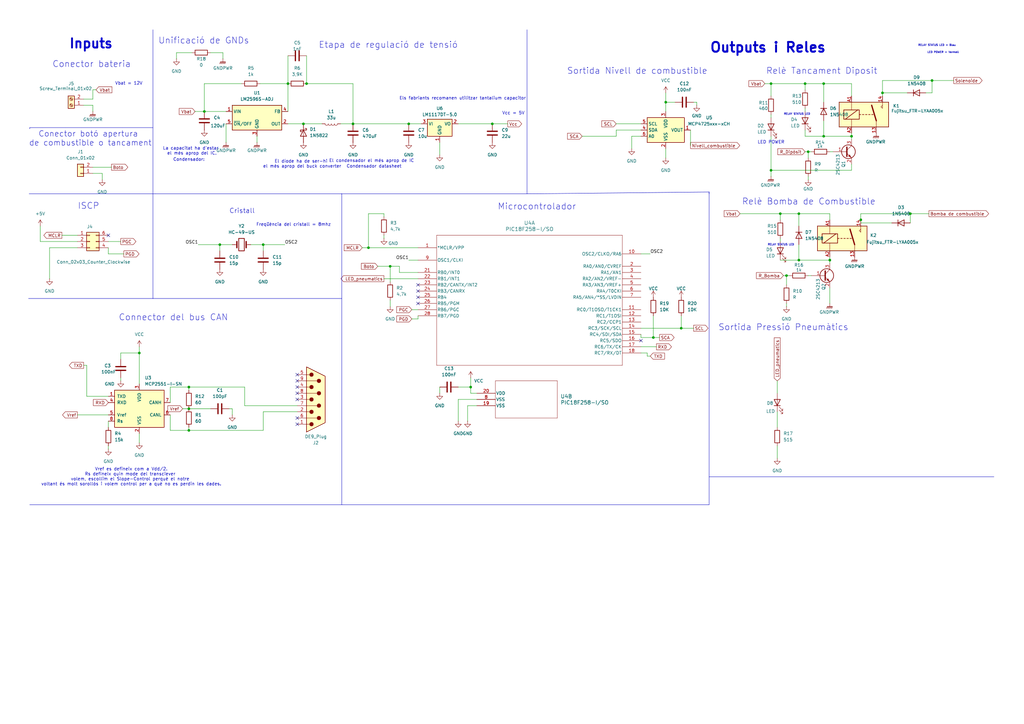
<source format=kicad_sch>
(kicad_sch (version 20231120) (generator "eeschema") (generator_version "8.0")
  (paper "A3")
  (junction (at 327.66 106.68))
  (junction (at 316.23 69.85))
  (junction (at 144.78 50.8))
  (junction (at 327.66 87.63))
  (junction (at 320.04 87.63))
  (junction (at 167.64 50.8))
  (junction (at 337.82 55.88))
  (junction (at 160.02 109.22))
  (junction (at 316.23 34.29))
  (junction (at 373.38 87.63))
  (junction (at 353.06 90.17))
  (junction (at 193.04 158.75))
  (junction (at 337.82 34.29))
  (junction (at 107.95 100.33))
  (junction (at 273.05 41.91))
  (junction (at 361.95 38.1))
  (junction (at 57.15 144.78))
  (junction (at 77.47 176.53))
  (junction (at 340.36 106.68))
  (junction (at 118.11 34.29))
  (junction (at 90.17 100.33))
  (junction (at 124.46 50.8))
  (junction (at 330.2 34.29))
  (junction (at 349.25 55.88))
  (junction (at 77.47 158.75))
  (junction (at 322.58 113.03))
  (junction (at 77.47 167.64))
  (junction (at 201.93 50.8))
  (junction (at 151.13 101.6))
  (junction (at 83.82 45.72))
  (junction (at 331.47 62.23))
  (junction (at 125.73 34.29))
  (junction (at 279.4 134.62))
  (junction (at 382.27 33.02))
  (junction (at 267.97 138.43))
  (no_connect (at 171.45 121.92))
  (no_connect (at 121.92 153.67))
  (no_connect (at 171.45 116.84))
  (no_connect (at 121.92 173.99))
  (no_connect (at 171.45 119.38))
  (no_connect (at 171.45 124.46))
  (no_connect (at 44.45 96.52))
  (no_connect (at 121.92 161.29))
  (no_connect (at 121.92 156.21))
  (no_connect (at 121.92 171.45))
  (no_connect (at 262.89 139.7))
  (no_connect (at 121.92 158.75))
  (no_connect (at 121.92 163.83))
  (polyline (pts (xy 407.67 195.58) (xy 290.83 195.58)))
  (wire (pts (xy 267.97 138.43) (xy 270.51 138.43)))
  (wire (pts (xy 252.73 53.34) (xy 262.89 53.34)))
  (wire (pts (xy 187.96 50.8) (xy 201.93 50.8)))
  (wire (pts (xy 353.06 91.44) (xy 365.76 91.44)))
  (wire (pts (xy 353.06 87.63) (xy 373.38 87.63)))
  (wire (pts (xy 283.21 53.34) (xy 283.21 59.69)))
  (wire (pts (xy 107.95 100.33) (xy 116.84 100.33)))
  (wire (pts (xy 80.01 45.72) (xy 83.82 45.72)))
  (wire (pts (xy 316.23 46.99) (xy 316.23 48.26)))
  (wire (pts (xy 195.58 163.83) (xy 187.96 163.83)))
  (polyline (pts (xy 62.738 122.428) (xy 140.208 122.428)))
  (wire (pts (xy 86.36 21.59) (xy 91.44 21.59)))
  (wire (pts (xy 353.06 90.17) (xy 353.06 87.63)))
  (wire (pts (xy 195.58 161.29) (xy 193.04 161.29)))
  (wire (pts (xy 74.93 167.64) (xy 77.47 167.64)))
  (polyline (pts (xy 11.684 122.428) (xy 62.738 122.428)))
  (wire (pts (xy 322.58 124.46) (xy 322.58 125.73)))
  (wire (pts (xy 331.47 62.23) (xy 331.47 64.77)))
  (wire (pts (xy 340.36 90.17) (xy 340.36 87.63)))
  (wire (pts (xy 69.85 176.53) (xy 69.85 170.18)))
  (wire (pts (xy 318.77 156.21) (xy 318.77 161.29)))
  (wire (pts (xy 340.36 62.23) (xy 341.63 62.23)))
  (wire (pts (xy 279.4 134.62) (xy 284.48 134.62)))
  (wire (pts (xy 92.71 50.8) (xy 92.71 58.42)))
  (wire (pts (xy 361.95 33.02) (xy 382.27 33.02)))
  (wire (pts (xy 191.77 166.37) (xy 191.77 172.72)))
  (wire (pts (xy 321.31 113.03) (xy 322.58 113.03)))
  (wire (pts (xy 72.39 21.59) (xy 72.39 24.13)))
  (wire (pts (xy 77.47 176.53) (xy 107.95 176.53)))
  (wire (pts (xy 252.73 55.88) (xy 252.73 53.34)))
  (wire (pts (xy 267.97 129.54) (xy 267.97 138.43)))
  (polyline (pts (xy 11.938 79.502) (xy 63.754 79.502)))
  (wire (pts (xy 266.7 146.05) (xy 265.43 146.05)))
  (polyline (pts (xy 12.192 207.01) (xy 140.208 207.01)))
  (wire (pts (xy 327.66 106.68) (xy 340.36 106.68)))
  (wire (pts (xy 284.48 41.91) (xy 285.75 41.91)))
  (wire (pts (xy 238.76 55.88) (xy 252.73 55.88)))
  (wire (pts (xy 106.68 34.29) (xy 118.11 34.29)))
  (wire (pts (xy 144.78 34.29) (xy 144.78 50.8)))
  (wire (pts (xy 78.74 21.59) (xy 72.39 21.59)))
  (wire (pts (xy 25.4 96.52) (xy 31.75 96.52)))
  (wire (pts (xy 90.17 100.33) (xy 95.25 100.33)))
  (polyline (pts (xy 216.154 79.502) (xy 290.83 78.74)))
  (wire (pts (xy 49.53 144.78) (xy 57.15 144.78)))
  (wire (pts (xy 262.89 55.88) (xy 259.08 55.88)))
  (polyline (pts (xy 216.154 12.192) (xy 216.154 79.502)))
  (wire (pts (xy 262.89 138.43) (xy 267.97 138.43)))
  (wire (pts (xy 285.75 41.91) (xy 285.75 43.18)))
  (wire (pts (xy 95.25 167.64) (xy 95.25 170.18)))
  (wire (pts (xy 38.1 43.18) (xy 34.29 43.18)))
  (wire (pts (xy 262.89 137.16) (xy 262.89 138.43)))
  (wire (pts (xy 90.17 102.87) (xy 90.17 100.33)))
  (wire (pts (xy 38.1 36.83) (xy 38.1 40.64)))
  (wire (pts (xy 337.82 55.88) (xy 349.25 55.88)))
  (wire (pts (xy 157.48 114.3) (xy 171.45 114.3)))
  (wire (pts (xy 44.45 175.26) (xy 44.45 172.72)))
  (wire (pts (xy 38.1 40.64) (xy 34.29 40.64)))
  (wire (pts (xy 77.47 167.64) (xy 86.36 167.64)))
  (wire (pts (xy 349.25 55.88) (xy 349.25 57.15)))
  (wire (pts (xy 171.45 111.76) (xy 163.83 111.76)))
  (wire (pts (xy 35.56 149.86) (xy 35.56 162.56)))
  (wire (pts (xy 83.82 45.72) (xy 83.82 34.29)))
  (wire (pts (xy 340.36 118.11) (xy 340.36 124.46)))
  (wire (pts (xy 382.27 33.02) (xy 391.16 33.02)))
  (wire (pts (xy 118.11 34.29) (xy 118.11 45.72)))
  (wire (pts (xy 38.1 68.58) (xy 45.72 68.58)))
  (wire (pts (xy 35.56 162.56) (xy 44.45 162.56)))
  (wire (pts (xy 320.04 97.79) (xy 320.04 99.06)))
  (polyline (pts (xy 140.208 122.428) (xy 140.208 207.01)))
  (wire (pts (xy 151.13 87.63) (xy 151.13 101.6)))
  (wire (pts (xy 349.25 69.85) (xy 349.25 67.31)))
  (wire (pts (xy 81.28 100.33) (xy 90.17 100.33)))
  (wire (pts (xy 273.05 41.91) (xy 276.86 41.91)))
  (wire (pts (xy 320.04 90.17) (xy 320.04 87.63)))
  (wire (pts (xy 144.78 50.8) (xy 167.64 50.8)))
  (wire (pts (xy 160.02 123.19) (xy 160.02 125.73)))
  (wire (pts (xy 349.25 39.37) (xy 349.25 34.29)))
  (polyline (pts (xy 63.754 79.502) (xy 216.154 79.502)))
  (wire (pts (xy 100.33 166.37) (xy 100.33 158.75)))
  (wire (pts (xy 105.41 55.88) (xy 105.41 58.42)))
  (wire (pts (xy 327.66 100.33) (xy 327.66 106.68)))
  (wire (pts (xy 20.32 101.6) (xy 20.32 114.3)))
  (wire (pts (xy 337.82 34.29) (xy 349.25 34.29)))
  (wire (pts (xy 353.06 91.44) (xy 353.06 90.17)))
  (wire (pts (xy 330.2 62.23) (xy 331.47 62.23)))
  (wire (pts (xy 107.95 168.91) (xy 121.92 168.91)))
  (wire (pts (xy 163.83 111.76) (xy 163.83 109.22)))
  (wire (pts (xy 49.53 144.78) (xy 49.53 147.32)))
  (wire (pts (xy 379.73 38.1) (xy 382.27 38.1)))
  (wire (pts (xy 331.47 62.23) (xy 332.74 62.23)))
  (polyline (pts (xy 140.208 122.428) (xy 140.208 79.502)))
  (wire (pts (xy 361.95 38.1) (xy 372.11 38.1)))
  (wire (pts (xy 151.13 101.6) (xy 171.45 101.6)))
  (wire (pts (xy 44.45 101.6) (xy 44.45 104.14)))
  (wire (pts (xy 118.11 50.8) (xy 124.46 50.8)))
  (wire (pts (xy 69.85 158.75) (xy 77.47 158.75)))
  (wire (pts (xy 349.25 54.61) (xy 349.25 55.88)))
  (wire (pts (xy 327.66 87.63) (xy 327.66 92.71)))
  (wire (pts (xy 77.47 175.26) (xy 77.47 176.53)))
  (wire (pts (xy 125.73 22.86) (xy 125.73 34.29)))
  (wire (pts (xy 118.11 22.86) (xy 118.11 34.29)))
  (wire (pts (xy 83.82 34.29) (xy 99.06 34.29)))
  (wire (pts (xy 171.45 129.54) (xy 171.45 130.81)))
  (wire (pts (xy 34.29 149.86) (xy 35.56 149.86)))
  (wire (pts (xy 322.58 113.03) (xy 323.85 113.03)))
  (wire (pts (xy 57.15 177.8) (xy 57.15 181.61)))
  (polyline (pts (xy 62.738 12.192) (xy 62.738 122.428)))
  (wire (pts (xy 124.46 50.8) (xy 132.08 50.8)))
  (polyline (pts (xy 290.83 79.502) (xy 290.83 78.74)))
  (wire (pts (xy 160.02 109.22) (xy 160.02 115.57)))
  (wire (pts (xy 265.43 144.78) (xy 262.89 144.78)))
  (wire (pts (xy 327.66 87.63) (xy 340.36 87.63)))
  (wire (pts (xy 279.4 129.54) (xy 279.4 134.62)))
  (wire (pts (xy 157.48 88.9) (xy 157.48 87.63)))
  (wire (pts (xy 340.36 106.68) (xy 340.36 107.95)))
  (wire (pts (xy 320.04 87.63) (xy 327.66 87.63)))
  (wire (pts (xy 139.7 50.8) (xy 144.78 50.8)))
  (wire (pts (xy 273.05 41.91) (xy 273.05 45.72)))
  (wire (pts (xy 195.58 166.37) (xy 191.77 166.37)))
  (wire (pts (xy 316.23 69.85) (xy 316.23 72.39)))
  (wire (pts (xy 303.53 87.63) (xy 320.04 87.63)))
  (wire (pts (xy 265.43 146.05) (xy 265.43 144.78)))
  (wire (pts (xy 382.27 38.1) (xy 382.27 33.02)))
  (wire (pts (xy 148.59 101.6) (xy 151.13 101.6)))
  (wire (pts (xy 91.44 21.59) (xy 91.44 24.13)))
  (wire (pts (xy 77.47 160.02) (xy 77.47 158.75)))
  (wire (pts (xy 168.91 127) (xy 171.45 127)))
  (wire (pts (xy 38.1 45.72) (xy 38.1 43.18)))
  (wire (pts (xy 201.93 50.8) (xy 208.28 50.8)))
  (wire (pts (xy 259.08 55.88) (xy 259.08 60.96)))
  (wire (pts (xy 69.85 158.75) (xy 69.85 165.1)))
  (wire (pts (xy 316.23 34.29) (xy 316.23 39.37)))
  (wire (pts (xy 361.95 39.37) (xy 361.95 38.1)))
  (wire (pts (xy 180.34 158.75) (xy 180.34 161.29)))
  (wire (pts (xy 44.45 104.14) (xy 50.8 104.14)))
  (wire (pts (xy 168.91 130.81) (xy 171.45 130.81)))
  (wire (pts (xy 49.53 154.94) (xy 49.53 156.21)))
  (wire (pts (xy 330.2 36.83) (xy 330.2 34.29)))
  (wire (pts (xy 266.7 104.14) (xy 262.89 104.14)))
  (wire (pts (xy 157.48 87.63) (xy 151.13 87.63)))
  (wire (pts (xy 69.85 176.53) (xy 77.47 176.53)))
  (wire (pts (xy 337.82 41.91) (xy 337.82 34.29)))
  (wire (pts (xy 320.04 106.68) (xy 327.66 106.68)))
  (polyline (pts (xy 62.738 52.324) (xy 12.192 52.324)))
  (wire (pts (xy 373.38 87.63) (xy 381 87.63)))
  (wire (pts (xy 171.45 106.68) (xy 167.64 106.68)))
  (wire (pts (xy 330.2 53.34) (xy 330.2 55.88)))
  (wire (pts (xy 160.02 109.22) (xy 163.83 109.22)))
  (wire (pts (xy 340.36 105.41) (xy 340.36 106.68)))
  (wire (pts (xy 107.95 100.33) (xy 107.95 102.87)))
  (wire (pts (xy 316.23 55.88) (xy 316.23 69.85)))
  (wire (pts (xy 330.2 55.88) (xy 337.82 55.88)))
  (wire (pts (xy 330.2 44.45) (xy 330.2 45.72)))
  (wire (pts (xy 167.64 50.8) (xy 172.72 50.8)))
  (wire (pts (xy 57.15 142.24) (xy 57.15 144.78)))
  (wire (pts (xy 31.75 99.06) (xy 16.51 99.06)))
  (wire (pts (xy 316.23 69.85) (xy 349.25 69.85)))
  (wire (pts (xy 269.24 142.24) (xy 262.89 142.24)))
  (wire (pts (xy 57.15 144.78) (xy 57.15 157.48)))
  (wire (pts (xy 44.45 99.06) (xy 49.53 99.06)))
  (wire (pts (xy 316.23 34.29) (xy 330.2 34.29)))
  (wire (pts (xy 154.94 109.22) (xy 160.02 109.22)))
  (polyline (pts (xy 140.208 79.502) (xy 139.954 79.502)))
  (wire (pts (xy 318.77 182.88) (xy 318.77 187.96)))
  (polyline (pts (xy 12.192 52.324) (xy 12.192 52.832)))
  (wire (pts (xy 187.96 158.75) (xy 193.04 158.75)))
  (wire (pts (xy 331.47 72.39) (xy 331.47 73.66)))
  (wire (pts (xy 44.45 182.88) (xy 44.45 184.15)))
  (wire (pts (xy 83.82 45.72) (xy 92.71 45.72)))
  (wire (pts (xy 193.04 158.75) (xy 193.04 161.29)))
  (wire (pts (xy 125.73 34.29) (xy 144.78 34.29)))
  (wire (pts (xy 313.69 34.29) (xy 316.23 34.29)))
  (wire (pts (xy 373.38 87.63) (xy 373.38 91.44)))
  (wire (pts (xy 252.73 50.8) (xy 262.89 50.8)))
  (polyline (pts (xy 290.83 78.74) (xy 290.83 207.01)))
  (wire (pts (xy 187.96 163.83) (xy 187.96 172.72)))
  (wire (pts (xy 95.25 167.64) (xy 93.98 167.64)))
  (wire (pts (xy 100.33 166.37) (xy 121.92 166.37)))
  (wire (pts (xy 262.89 134.62) (xy 279.4 134.62)))
  (wire (pts (xy 273.05 38.1) (xy 273.05 41.91)))
  (wire (pts (xy 38.1 71.12) (xy 41.91 71.12)))
  (wire (pts (xy 16.51 92.71) (xy 16.51 99.06)))
  (wire (pts (xy 39.37 36.83) (xy 38.1 36.83)))
  (wire (pts (xy 361.95 38.1) (xy 361.95 33.02)))
  (wire (pts (xy 331.47 113.03) (xy 332.74 113.03)))
  (wire (pts (xy 102.87 100.33) (xy 107.95 100.33)))
  (wire (pts (xy 157.48 96.52) (xy 157.48 97.79)))
  (wire (pts (xy 318.77 168.91) (xy 318.77 175.26)))
  (wire (pts (xy 41.91 71.12) (xy 41.91 73.66)))
  (wire (pts (xy 330.2 34.29) (xy 337.82 34.29)))
  (wire (pts (xy 107.95 168.91) (xy 107.95 176.53)))
  (wire (pts (xy 322.58 113.03) (xy 322.58 116.84)))
  (wire (pts (xy 273.05 64.77) (xy 273.05 60.96)))
  (wire (pts (xy 337.82 49.53) (xy 337.82 55.88)))
  (polyline (pts (xy 290.83 207.01) (xy 140.208 207.01)))
  (wire (pts (xy 77.47 158.75) (xy 100.33 158.75)))
  (wire (pts (xy 31.75 101.6) (xy 20.32 101.6)))
  (wire (pts (xy 180.34 58.42) (xy 180.34 63.5)))
  (wire (pts (xy 31.75 170.18) (xy 44.45 170.18)))
  (wire (pts (xy 193.04 154.94) (xy 193.04 158.75)))
  (text "La capacitat ha d'estar \nel més aprop del IC." (at 78.74 61.976 0) (effects (font (size 1.27 1.27))))
  (text "Cristall" (at 99.314 86.614 0) (effects (font (size 1.905 1.905))))
  (text "LED POWER\n" (at 316.23 58.42 0) (effects (font (size 1.27 1.27))))
  (text "ISCP" (at 36.322 84.582 0) (effects (font (size 2.54 2.54))))
  (text "Sortida Pressió Pneumàtics" (at 321.31 134.366 0) (effects (font (size 2.54 2.54))))
  (text "El díode ha de ser-hi \nel més aprop del buck converter" (at 123.952 67.31 0) (effects (font (size 1.27 1.27))))
  (text "Inputs" (at 37.338 18.034 0) (effects (font (size 3.81 3.81) (thickness 0.762) (bold yes))))
  (text "El condensador el més aprop de IC" (at 152.4 66.04 0) (effects (font (size 1.27 1.27))))
  (text "Microcontrolador" (at 220.218 84.836 0) (effects (font (size 2.54 2.54))))
  (text "Freqüència del cristall = 8mhz" (at 120.396 92.202 0) (effects (font (size 1.27 1.27))))
  (text "RELAY STATUS LED\n\n" (at 320.294 101.092 0) (effects (font (size 0.762 0.762))))
  (text "Vcc = 5V\n" (at 210.566 46.482 0) (effects (font (size 1.27 1.27))))
  (text "Relè Bomba de Combustible\n" (at 331.724 82.804 0) (effects (font (size 2.54 2.54))))
  (text "Relè Tancament Diposit\n" (at 337.058 29.21 0) (effects (font (size 2.54 2.54))))
  (text "LED POWER = Vermell\n" (at 386.842 21.59 0) (effects (font (size 0.762 0.762))))
  (text "Etapa de regulació de tensió\n" (at 159.258 18.542 0) (effects (font (size 2.56 2.56))))
  (text "Outputs i Reles\n\n" (at 314.96 22.86 0) (effects (font (size 4 4) (thickness 0.8) (bold yes))))
  (text "RELAY STATUS LED\n\n" (at 326.898 47.498 0) (effects (font (size 0.762 0.762))))
  (text "Condensador: " (at 77.978 65.532 0) (effects (font (size 1.27 1.27))))
  (text "Conector botó apertura \nde combustible o tancament" (at 37.084 56.896 0) (effects (font (size 2.3 2.3))))
  (text "Vbat = 12V" (at 52.832 34.29 0) (effects (font (size 1.27 1.27))))
  (text "RELAY STATUS LED = Blau\n\n" (at 384.302 19.304 0) (effects (font (size 0.762 0.762))))
  (text "Unificació de GNDs\n" (at 83.566 16.764 0) (effects (font (size 2.54 2.54))))
  (text "Connector del bus CAN" (at 71.12 130.302 0) (effects (font (size 2.54 2.54))))
  (text "Condensador datasheet\n" (at 153.416 68.326 0) (effects (font (size 1.27 1.27))))
  (text "Els fabriants recomanen utilitzar tantalium capacitor" (at 189.738 40.386 0) (effects (font (size 1.27 1.27))))
  (text "Vref es defineix com a Vdd/2.\nRs defineix quin mode del transciever \nvolem, escollim el Slope-Control perquè el notre \nvoltant és molt sorollòs i volem control per a què no es perdin les dades.\n" (at 53.848 195.58 0) (effects (font (size 1.27 1.27))))
  (text "Conector bateria" (at 37.592 26.416 0) (effects (font (size 2.54 2.54))))
  (text "Sortida Nivell de combustible\n" (at 261.366 29.21 0) (effects (font (size 2.54 2.54))))
  (label "OSC2" (at 266.7 104.14 0))
  (label "OSC2" (at 116.84 100.33 0))
  (label "OSC1" (at 81.28 100.33 180))
  (label "OSC1" (at 167.64 106.68 180))
  (global_label "Bomba de combustible" (shape output) (at 381 87.63 0) (property "Intersheetrefs" "${INTERSHEET_REFS}" (effects (hide yes))))
  (global_label "MCLR" (shape input) (at 148.59 101.6 180) (property "Intersheetrefs" "${INTERSHEET_REFS}" (effects (hide yes))))
  (global_label "PGC" (shape input) (at 168.91 127 180) (property "Intersheetrefs" "${INTERSHEET_REFS}" (effects (hide yes))))
  (global_label "SCL" (shape input) (at 252.73 50.8 180) (property "Intersheetrefs" "${INTERSHEET_REFS}" (effects (hide yes))))
  (global_label "RXD" (shape output) (at 269.24 142.24 0) (property "Intersheetrefs" "${INTERSHEET_REFS}" (effects (hide yes))))
  (global_label "Vbat" (shape input) (at 303.53 87.63 180) (property "Intersheetrefs" "${INTERSHEET_REFS}" (effects (hide yes))))
  (global_label "PGD" (shape output) (at 50.8 104.14 0) (property "Intersheetrefs" "${INTERSHEET_REFS}" (effects (hide yes))))
  (global_label "R_Bomba" (shape input) (at 321.31 113.03 180) (property "Intersheetrefs" "${INTERSHEET_REFS}" (effects (hide yes))))
  (global_label "SCL" (shape output) (at 284.48 134.62 0) (property "Intersheetrefs" "${INTERSHEET_REFS}" (effects (hide yes))))
  (global_label "LED_pneumatics" (shape input) (at 318.77 156.21 90) (property "Intersheetrefs" "${INTERSHEET_REFS}" (effects (hide yes))))
  (global_label "TXD" (shape input) (at 266.7 146.05 0) (property "Intersheetrefs" "${INTERSHEET_REFS}" (effects (hide yes))))
  (global_label "MCLR" (shape output) (at 25.4 96.52 180) (property "Intersheetrefs" "${INTERSHEET_REFS}" (effects (hide yes))))
  (global_label "Boto" (shape output) (at 45.72 68.58 0) (property "Intersheetrefs" "${INTERSHEET_REFS}" (effects (hide yes))))
  (global_label "SCA" (shape output) (at 270.51 138.43 0) (property "Intersheetrefs" "${INTERSHEET_REFS}" (effects (hide yes))))
  (global_label "Vbat" (shape input) (at 313.69 34.29 180) (property "Intersheetrefs" "${INTERSHEET_REFS}" (effects (hide yes))))
  (global_label "Vbat" (shape input) (at 39.37 36.83 0) (property "Intersheetrefs" "${INTERSHEET_REFS}" (effects (hide yes))))
  (global_label "Nivell_combustible" (shape output) (at 283.21 59.69 0) (property "Intersheetrefs" "${INTERSHEET_REFS}" (effects (hide yes))))
  (global_label "R_Dipòsit" (shape input) (at 330.2 62.23 180) (property "Intersheetrefs" "${INTERSHEET_REFS}" (effects (hide yes))))
  (global_label "Solenoide" (shape output) (at 391.16 33.02 0) (property "Intersheetrefs" "${INTERSHEET_REFS}" (effects (hide yes))))
  (global_label "Vbat" (shape input) (at 80.01 45.72 180) (property "Intersheetrefs" "${INTERSHEET_REFS}" (effects (hide yes))))
  (global_label "Vref" (shape output) (at 31.75 170.18 180) (property "Intersheetrefs" "${INTERSHEET_REFS}" (effects (hide yes))))
  (global_label "Vref" (shape input) (at 74.93 167.64 180) (property "Intersheetrefs" "${INTERSHEET_REFS}" (effects (hide yes))))
  (global_label "PGC" (shape output) (at 49.53 99.06 0) (property "Intersheetrefs" "${INTERSHEET_REFS}" (effects (hide yes))))
  (global_label "SCA" (shape input) (at 238.76 55.88 180) (property "Intersheetrefs" "${INTERSHEET_REFS}" (effects (hide yes))))
  (global_label "TXD" (shape output) (at 34.29 149.86 180) (property "Intersheetrefs" "${INTERSHEET_REFS}" (effects (hide yes))))
  (global_label "Vcc" (shape output) (at 208.28 50.8 0) (property "Intersheetrefs" "${INTERSHEET_REFS}" (effects (hide yes))))
  (global_label "Boto" (shape input) (at 154.94 109.22 180) (property "Intersheetrefs" "${INTERSHEET_REFS}" (effects (hide yes))))
  (global_label "PGD" (shape input) (at 168.91 130.81 180) (property "Intersheetrefs" "${INTERSHEET_REFS}" (effects (hide yes))))
  (global_label "LED_pneumatics" (shape output) (at 157.48 114.3 180) (property "Intersheetrefs" "${INTERSHEET_REFS}" (effects (hide yes))))
  (global_label "RXD" (shape input) (at 44.45 165.1 180) (property "Intersheetrefs" "${INTERSHEET_REFS}" (effects (hide yes))))
  (symbol (lib_id "power:VCC") (at 16.51 92.71 0) (unit 1)
    (property "Reference" "#PWR020" (effects (hide yes)))
    (property "Value" "+5V" (at 16.51 87.63 0))
    (property "Description" "Power symbol creates a global label with name \"VCC\"" (effects (hide yes)))
  )
  (symbol (lib_id "Device:C") (at 107.95 106.68 180) (unit 1)
    (property "Reference" "C11" (at 111.76 105.4099 0) (effects (justify right)))
    (property "Value" "15p" (at 111.76 107.9499 0) (effects (justify right)))
    (property "Footprint" "Capacitor_SMD:C_0805_2012Metric" (effects (hide yes)))
    (property "Description" "Unpolarized capacitor" (effects (hide yes)))
  )
  (symbol (lib_id "Device:R") (at 327.66 113.03 90) (unit 1)
    (property "Reference" "R16" (at 327.66 108.712 90))
    (property "Value" "1k" (at 327.66 110.744 90))
    (property "Description" "Resistor" (effects (hide yes)))
  )
  (symbol (lib_id "Diode:1N5408") (at 369.57 91.44 0) (unit 1)
    (property "Reference" "D3" (at 369.57 85.09 0))
    (property "Value" "1N5408" (at 369.57 87.63 0))
    (property "Footprint" "Diode_THT:D_DO-201AD_P15.24mm_Horizontal" (effects (hide yes)))
    (property "Datasheet" "http://www.vishay.com/docs/88516/1n5400.pdf" (effects (hide yes)))
    (property "Description" "1000V 3A General Purpose Rectifier Diode, DO-201AD" (effects (hide yes)))
    (property "Sim.Device" "D" (effects (hide yes)))
    (property "Sim.Pins" "1=K 2=A" (effects (hide yes)))
  )
  (symbol (lib_id "Relay:Fujitsu_FTR-LYAA005x") (at 354.33 46.99 0) (unit 1)
    (property "Reference" "K1" (at 366.268 43.434 0) (effects (justify left)))
    (property "Value" "Fujitsu_FTR-LYAA005x" (at 365.506 45.466 0) (effects (justify left)))
    (property "Footprint" "Relay_THT:Relay_SPST-NO_Fujitsu_FTR-LYAA005x_FormA_Vertical" (effects (hide yes)))
    (property "Datasheet" "https://www.fujitsu.com/sg/imagesgig5/ftr-ly.pdf" (effects (hide yes)))
    (property "Description" "Relay, SPST Form A, vertical mount, 5-60V coil, 6A, 250VAC, 28 x 5 x 15mm" (effects (hide yes)))
  )
  (symbol (lib_id "Device:R") (at 336.55 62.23 90) (unit 1)
    (property "Reference" "R14" (at 336.296 58.42 90))
    (property "Value" "1k" (at 336.296 59.944 90))
    (property "Description" "Resistor" (effects (hide yes)))
  )
  (symbol (lib_id "power:GND") (at 44.45 184.15 0) (unit 1)
    (property "Reference" "#PWR06" (effects (hide yes)))
    (property "Value" "GND" (at 44.45 189.23 0))
    (property "Description" "Power symbol creates a global label with name \"GND\" , ground" (effects (hide yes)))
  )
  (symbol (lib_id "power:GND") (at 20.32 114.3 0) (unit 1)
    (property "Reference" "#PWR019" (effects (hide yes)))
    (property "Value" "GND" (at 20.32 119.38 0))
    (property "Description" "Power symbol creates a global label with name \"GND\" , ground" (effects (hide yes)))
  )
  (symbol (lib_id "Device:R") (at 77.47 163.83 0) (unit 1)
    (property "Reference" "R12" (at 80.01 162.5599 0) (effects (justify left)))
    (property "Value" "60" (at 80.01 165.0999 0) (effects (justify left)))
    (property "Description" "Resistor" (effects (hide yes)))
  )
  (symbol (lib_id "Regulator_Linear:LM1117DT-5.0") (at 180.34 50.8 0) (unit 1)
    (property "Reference" "U6" (at 180.34 44.45 0))
    (property "Value" "LM1117DT-5.0" (at 180.34 46.99 0))
    (property "Footprint" "Package_TO_SOT_SMD:TO-252-3_TabPin2" (effects (hide yes)))
    (property "Datasheet" "http://www.ti.com/lit/ds/symlink/lm1117.pdf" (effects (hide yes)))
    (property "Description" "800mA Low-Dropout Linear Regulator, 5.0V fixed output, TO-252" (effects (hide yes)))
  )
  (symbol (lib_id "power:GND") (at 322.58 125.73 0) (unit 1)
    (property "Reference" "#PWR030" (effects (hide yes)))
    (property "Value" "GND" (at 322.58 130.81 0))
    (property "Description" "Power symbol creates a global label with name \"GND\" , ground" (effects (hide yes)))
  )
  (symbol (lib_id "power:GND") (at 259.08 60.96 0) (unit 1)
    (property "Reference" "#PWR028" (effects (hide yes)))
    (property "Value" "GND" (at 259.08 66.04 0))
    (property "Description" "Power symbol creates a global label with name \"GND\" , ground" (effects (hide yes)))
  )
  (symbol (lib_id "Device:R") (at 267.97 125.73 0) (unit 1)
    (property "Reference" "R19" (at 270.51 124.4599 0) (effects (justify left)))
    (property "Value" "10K" (at 270.51 126.9999 0) (effects (justify left)))
    (property "Description" "Resistor" (effects (hide yes)))
  )
  (symbol (lib_id "Device:R") (at 318.77 179.07 0) (unit 1)
    (property "Reference" "R17" (at 321.31 177.7999 0) (effects (justify left)))
    (property "Value" "515" (at 321.31 180.3399 0) (effects (justify left)))
    (property "Description" "Resistor" (effects (hide yes)))
  )
  (symbol (lib_id "power:GND") (at 180.34 161.29 0) (unit 1)
    (property "Reference" "#PWR042" (effects (hide yes)))
    (property "Value" "GND" (at 180.34 166.37 0))
    (property "Description" "Power symbol creates a global label with name \"GND\" , ground" (effects (hide yes)))
  )
  (symbol (lib_id "Device:LED") (at 330.2 49.53 90) (unit 1)
    (property "Reference" "D4" (at 324.358 49.022 90) (effects (justify right)))
    (property "Value" "LED" (at 324.358 51.562 90) (effects (justify right)))
    (property "Footprint" "LED_SMD:LED_0805_2012Metric" (effects (hide yes)))
    (property "Description" "Light emitting diode" (effects (hide yes)))
  )
  (symbol (lib_id "Regulator_Switching:LM2596S-ADJ") (at 105.41 48.26 0) (unit 1)
    (property "Reference" "U1" (at 105.41 38.1 0))
    (property "Value" "LM2596S-ADJ" (at 105.41 40.64 0))
    (property "Footprint" "Package_TO_SOT_SMD:TO-263-5_TabPin3" (effects (hide yes)))
    (property "Datasheet" "http://www.ti.com/lit/ds/symlink/lm2596.pdf" (effects (hide yes)))
    (property "Description" "Adjustable 3A Step-Down Voltage Regulator, TO-263" (effects (hide yes)))
  )
  (symbol (lib_id "Diode:1N5408") (at 327.66 96.52 270) (unit 1)
    (property "Reference" "D7" (at 330.2 95.2499 90) (effects (justify left)))
    (property "Value" "1N5408" (at 330.2 97.7899 90) (effects (justify left)))
    (property "Footprint" "Diode_THT:D_DO-201AD_P15.24mm_Horizontal" (effects (hide yes)))
    (property "Datasheet" "http://www.vishay.com/docs/88516/1n5400.pdf" (effects (hide yes)))
    (property "Description" "1000V 3A General Purpose Rectifier Diode, DO-201AD" (effects (hide yes)))
    (property "Sim.Device" "D" (effects (hide yes)))
    (property "Sim.Pins" "1=K 2=A" (effects (hide yes)))
  )
  (symbol (lib_id "Diode:1N5822") (at 124.46 54.61 270) (unit 1)
    (property "Reference" "D1" (at 127 53.0224 90) (effects (justify left)))
    (property "Value" "1N5822" (at 127 55.5624 90) (effects (justify left)))
    (property "Footprint" "Diode_THT:D_DO-201AD_P15.24mm_Horizontal" (effects (hide yes)))
    (property "Datasheet" "http://www.vishay.com/docs/88526/1n5820.pdf" (effects (hide yes)))
    (property "Description" "40V 3A Schottky Barrier Rectifier Diode, DO-201AD" (effects (hide yes)))
  )
  (symbol (lib_id "Device:R") (at 331.47 68.58 0) (unit 1)
    (property "Reference" "R9" (at 334.01 67.3099 0) (effects (justify left)))
    (property "Value" "R" (at 334.01 69.8499 0) (effects (justify left)))
    (property "Description" "Resistor" (effects (hide yes)))
  )
  (symbol (lib_id "power:GND") (at 83.82 53.34 0) (unit 1)
    (property "Reference" "#PWR018" (effects (hide yes)))
    (property "Value" "GND" (at 83.82 58.42 0))
    (property "Description" "Power symbol creates a global label with name \"GND\" , ground" (effects (hide yes)))
  )
  (symbol (lib_id "Device:R") (at 77.47 171.45 0) (unit 1)
    (property "Reference" "R1" (at 80.01 170.1799 0) (effects (justify left)))
    (property "Value" "60" (at 80.01 172.7199 0) (effects (justify left)))
    (property "Description" "Resistor" (effects (hide yes)))
  )
  (symbol (lib_id "Device:C") (at 90.17 167.64 90) (unit 1)
    (property "Reference" "C1" (at 90.17 160.02 90))
    (property "Value" "100pF" (at 90.17 162.56 90))
    (property "Description" "Unpolarized capacitor" (effects (hide yes)))
  )
  (symbol (lib_id "power:GNDPWR") (at 350.52 105.41 0) (unit 1)
    (property "Reference" "#PWR032" (effects (hide yes)))
    (property "Value" "GNDPWR" (at 350.52 109.22 0))
    (property "Description" "Power symbol creates a global label with name \"GNDPWR\" , global ground" (effects (hide yes)))
  )
  (symbol (lib_id "Device:C") (at 184.15 158.75 90) (unit 1)
    (property "Reference" "C13" (at 184.15 151.13 90))
    (property "Value" "100nF" (at 184.15 153.67 90))
    (property "Description" "Unpolarized capacitor" (effects (hide yes)))
  )
  (symbol (lib_id "power:GND") (at 57.15 181.61 0) (unit 1)
    (property "Reference" "#PWR03" (effects (hide yes)))
    (property "Value" "GND" (at 57.15 186.69 0))
    (property "Description" "Power symbol creates a global label with name \"GND\" , ground" (effects (hide yes)))
  )
  (symbol (lib_id "Device:C") (at 280.67 41.91 90) (unit 1)
    (property "Reference" "C12" (at 280.67 34.29 90))
    (property "Value" "100nF" (at 280.67 36.83 90))
    (property "Description" "Unpolarized capacitor" (effects (hide yes)))
  )
  (symbol (lib_id "Device:R") (at 44.45 179.07 0) (unit 1)
    (property "Reference" "R4" (at 46.99 177.7999 0) (effects (justify left)))
    (property "Value" "15k" (at 46.99 180.3399 0) (effects (justify left)))
    (property "Description" "Resistor" (effects (hide yes)))
  )
  (symbol (lib_id "power:VCC") (at 193.04 154.94 0) (unit 1)
    (property "Reference" "#PWR021" (effects (hide yes)))
    (property "Value" "VCC" (at 196.342 156.21 0))
    (property "Description" "Power symbol creates a global label with name \"VCC\"" (effects (hide yes)))
  )
  (symbol (lib_id "power:GND") (at 72.39 24.13 0) (unit 1)
    (property "Reference" "#PWR034" (effects (hide yes)))
    (property "Value" "GND" (at 72.39 29.21 0))
    (property "Description" "Power symbol creates a global label with name \"GND\" , ground" (effects (hide yes)))
  )
  (symbol (lib_id "Connector:Screw_Terminal_01x02") (at 29.21 43.18 180) (unit 1)
    (property "Reference" "J5" (at 29.21 34.29 0))
    (property "Value" "Screw_Terminal_01x02" (at 26.924 36.322 0))
    (property "Description" "Generic screw terminal, single row, 01x02, script generated (kicad-library-utils/schlib/autogen/connector/)" (effects (hide yes)))
  )
  (symbol (lib_id "power:GND") (at 144.78 58.42 0) (unit 1)
    (property "Reference" "#PWR013" (effects (hide yes)))
    (property "Value" "GND" (at 144.78 63.5 0))
    (property "Description" "Power symbol creates a global label with name \"GND\" , ground" (effects (hide yes)))
  )
  (symbol (lib_id "PIC18F258-I/SO:PIC18F258-I_SO") (at 171.45 101.6 0) (unit 1)
    (property "Reference" "U4" (at 217.17 91.44 0) (effects (font (size 1.524 1.524))))
    (property "Value" "PIC18F258-I/SO" (at 217.17 93.98 0) (effects (font (size 1.524 1.524))))
    (property "Footprint" "Librery_SOIC28:SOIC28-W_MC_MCH" (effects (hide yes)))
    (property "Datasheet" "PIC18F258-I/SO" (effects (hide yes)))
  )
  (symbol (lib_id "power:VCC") (at 57.15 142.24 0) (unit 1)
    (property "Reference" "#PWR04" (effects (hide yes)))
    (property "Value" "VCC" (at 57.15 137.16 0))
    (property "Description" "Power symbol creates a global label with name \"VCC\"" (effects (hide yes)))
  )
  (symbol (lib_id "Device:C") (at 121.92 22.86 90) (unit 1)
    (property "Reference" "C5" (at 121.92 17.526 90))
    (property "Value" "1nF" (at 121.92 20.066 90))
    (property "Description" "Unpolarized capacitor" (effects (hide yes)))
  )
  (symbol (lib_id "power:GNDPWR") (at 316.23 72.39 0) (unit 1)
    (property "Reference" "#PWR037" (effects (hide yes)))
    (property "Value" "GNDPWR" (at 315.976 75.946 0))
    (property "Description" "Power symbol creates a global label with name \"GNDPWR\" , global ground" (effects (hide yes)))
  )
  (symbol (lib_id "Device:Crystal") (at 99.06 100.33 0) (unit 1)
    (property "Reference" "Y2" (at 99.06 92.71 0))
    (property "Value" "HC-49-US" (at 99.06 95.25 0))
    (property "Footprint" "Crystal:Crystal_SMD_HC49-SD" (effects (hide yes)))
    (property "Description" "Two pin crystal" (effects (hide yes)))
  )
  (symbol (lib_id "power:VCC") (at 267.97 121.92 0) (unit 1)
    (property "Reference" "#PWR040" (effects (hide yes)))
    (property "Value" "VCC" (at 267.97 118.364 0))
    (property "Description" "Power symbol creates a global label with name \"VCC\"" (effects (hide yes)))
  )
  (symbol (lib_id "Device:C") (at 201.93 54.61 0) (unit 1)
    (property "Reference" "C9" (at 205.74 53.3399 0) (effects (justify left)))
    (property "Value" "22u" (at 205.74 55.8799 0) (effects (justify left)))
    (property "Description" "Unpolarized capacitor" (effects (hide yes)))
  )
  (symbol (lib_id "Device:R") (at 157.48 92.71 0) (unit 1)
    (property "Reference" "R3" (at 160.02 91.4399 0) (effects (justify left)))
    (property "Value" "4,7k" (at 160.02 93.9799 0) (effects (justify left)))
    (property "Description" "Resistor" (effects (hide yes)))
  )
  (symbol (lib_id "Device:LED") (at 316.23 52.07 90) (unit 1)
    (property "Reference" "D2" (at 310.642 51.562 90) (effects (justify right)))
    (property "Value" "LED" (at 310.642 54.102 90) (effects (justify right)))
    (property "Footprint" "LED_SMD:LED_0805_2012Metric" (effects (hide yes)))
    (property "Description" "Light emitting diode" (effects (hide yes)))
  )
  (symbol (lib_id "Device:C") (at 167.64 54.61 0) (unit 1)
    (property "Reference" "C7" (at 171.45 53.3399 0) (effects (justify left)))
    (property "Value" "10u" (at 171.45 55.8799 0) (effects (justify left)))
    (property "Description" "Unpolarized capacitor" (effects (hide yes)))
  )
  (symbol (lib_id "power:GNDPWR") (at 340.36 124.46 0) (unit 1)
    (property "Reference" "#PWR038" (effects (hide yes)))
    (property "Value" "GNDPWR" (at 340.106 128.016 0))
    (property "Description" "Power symbol creates a global label with name \"GNDPWR\" , global ground" (effects (hide yes)))
  )
  (symbol (lib_id "power:GND") (at 285.75 43.18 0) (unit 1)
    (property "Reference" "#PWR039" (effects (hide yes)))
    (property "Value" "GND" (at 285.75 47.498 0))
    (property "Description" "Power symbol creates a global label with name \"GND\" , ground" (effects (hide yes)))
  )
  (symbol (lib_id "power:GNDPWR") (at 91.44 24.13 0) (unit 1)
    (property "Reference" "#PWR035" (effects (hide yes)))
    (property "Value" "GNDPWR" (at 91.44 27.94 0))
    (property "Description" "Power symbol creates a global label with name \"GNDPWR\" , global ground" (effects (hide yes)))
  )
  (symbol (lib_id "power:GND") (at 318.77 187.96 0) (unit 1)
    (property "Reference" "#PWR033" (effects (hide yes)))
    (property "Value" "GND" (at 318.77 193.04 0))
    (property "Description" "Power symbol creates a global label with name \"GND\" , ground" (effects (hide yes)))
  )
  (symbol (lib_id "Analog_DAC:MCP4725xxx-xCH") (at 273.05 53.34 0) (unit 1)
    (property "Reference" "U5" (at 290.83 48.26 0))
    (property "Value" "MCP4725xxx-xCH" (at 290.83 50.8 0))
    (property "Footprint" "Package_TO_SOT_SMD:SOT-23-6" (effects (hide yes)))
    (property "Datasheet" "http://ww1.microchip.com/downloads/en/DeviceDoc/22039d.pdf" (effects (hide yes)))
    (property "Description" "12-bit Digital-to-Analog Converter, integrated EEPROM, I2C interface, SOT-23-6" (effects (hide yes)))
  )
  (symbol (lib_id "power:GND") (at 273.05 64.77 0) (unit 1)
    (property "Reference" "#PWR027" (effects (hide yes)))
    (property "Value" "GND" (at 273.05 69.85 0))
    (property "Description" "Power symbol creates a global label with name \"GND\" , ground" (effects (hide yes)))
  )
  (symbol (lib_id "power:GND") (at 95.25 170.18 0) (unit 1)
    (property "Reference" "#PWR01" (effects (hide yes)))
    (property "Value" "GND" (at 95.25 175.26 0))
    (property "Description" "Power symbol creates a global label with name \"GND\" , ground" (effects (hide yes)))
  )
  (symbol (lib_id "Diode:1N5408") (at 337.82 45.72 270) (unit 1)
    (property "Reference" "D6" (at 340.36 44.4499 90) (effects (justify left)))
    (property "Value" "1N5408" (at 340.36 46.9899 90) (effects (justify left)))
    (property "Footprint" "Diode_THT:D_DO-201AD_P15.24mm_Horizontal" (effects (hide yes)))
    (property "Datasheet" "http://www.vishay.com/docs/88516/1n5400.pdf" (effects (hide yes)))
    (property "Description" "1000V 3A General Purpose Rectifier Diode, DO-201AD" (effects (hide yes)))
    (property "Sim.Device" "D" (effects (hide yes)))
    (property "Sim.Pins" "1=K 2=A" (effects (hide yes)))
  )
  (symbol (lib_id "PIC18F258-I/SO:PIC18F258-I_SO") (at 195.58 161.29 0) (unit 2)
    (property "Reference" "U4" (at 229.87 162.5599 0) (effects (font (size 1.524 1.524)) (justify left)))
    (property "Value" "PIC18F258-I/SO" (at 229.87 165.0999 0) (effects (font (size 1.524 1.524)) (justify left)))
    (property "Footprint" "Librery_SOIC28:SOIC28-W_MC_MCH" (effects (hide yes)))
    (property "Datasheet" "PIC18F258-I/SO" (effects (hide yes)))
  )
  (symbol (lib_id "Transistor_BJT:2SC4213") (at 337.82 113.03 0) (unit 1)
    (property "Reference" "Q2" (at 337.82 117.602 90))
    (property "Value" "2SC4213" (at 335.534 118.618 90))
    (property "Footprint" "Package_TO_SOT_SMD:SOT-323_SC-70" (effects (hide yes)))
    (property "Datasheet" "https://toshiba.semicon-storage.com/info/docget.jsp?did=19305&prodName=2SC4213" (effects (hide yes)))
    (property "Description" "0.3A Ic, 20V Vce, NPN Transistor, For Muting and Switching, SOT-323" (effects (hide yes)))
  )
  (symbol (lib_id "Device:R") (at 279.4 125.73 0) (unit 1)
    (property "Reference" "R20" (at 281.94 124.4599 0) (effects (justify left)))
    (property "Value" "10K" (at 281.94 126.9999 0) (effects (justify left)))
    (property "Description" "Resistor" (effects (hide yes)))
  )
  (symbol (lib_id "power:GNDPWR") (at 359.41 54.61 0) (unit 1)
    (property "Reference" "#PWR031" (effects (hide yes)))
    (property "Value" "GNDPWR" (at 359.156 58.166 0))
    (property "Description" "Power symbol creates a global label with name \"GNDPWR\" , global ground" (effects (hide yes)))
  )
  (symbol (lib_id "power:GND") (at 191.77 172.72 0) (unit 1)
    (property "Reference" "#PWR022" (effects (hide yes)))
    (property "Value" "GND" (at 191.77 177.8 0))
    (property "Description" "Power symbol creates a global label with name \"GND\" , ground" (effects (hide yes)))
  )
  (symbol (lib_id "Connector_Generic:Conn_01x02") (at 33.02 71.12 180) (unit 1)
    (property "Reference" "J1" (at 33.02 62.23 0))
    (property "Value" "Conn_01x02" (at 33.02 64.77 0))
    (property "Description" "Generic connector, single row, 01x02, script generated (kicad-library-utils/schlib/autogen/connector/)" (effects (hide yes)))
  )
  (symbol (lib_id "Device:L") (at 135.89 50.8 270) (unit 1)
    (property "Reference" "L1" (at 135.89 45.72 90))
    (property "Value" "33u" (at 135.89 48.26 90))
    (property "Description" "Inductor" (effects (hide yes)))
  )
  (symbol (lib_id "Transistor_BJT:2SC4213") (at 346.71 62.23 0) (unit 1)
    (property "Reference" "Q1" (at 345.948 67.31 90))
    (property "Value" "2SC4213" (at 343.662 67.564 90))
    (property "Footprint" "Package_TO_SOT_SMD:SOT-323_SC-70" (effects (hide yes)))
    (property "Datasheet" "https://toshiba.semicon-storage.com/info/docget.jsp?did=19305&prodName=2SC4213" (effects (hide yes)))
    (property "Description" "0.3A Ic, 20V Vce, NPN Transistor, For Muting and Switching, SOT-323" (effects (hide yes)))
  )
  (symbol (lib_id "power:GND") (at 124.46 58.42 0) (unit 1)
    (property "Reference" "#PWR015" (effects (hide yes)))
    (property "Value" "GND" (at 124.46 63.5 0))
    (property "Description" "Power symbol creates a global label with name \"GND\" , ground" (effects (hide yes)))
  )
  (symbol (lib_id "power:GND") (at 331.47 73.66 0) (unit 1)
    (property "Reference" "#PWR029" (effects (hide yes)))
    (property "Value" "GND" (at 331.47 77.47 0))
    (property "Description" "Power symbol creates a global label with name \"GND\" , ground" (effects (hide yes)))
  )
  (symbol (lib_id "Device:R") (at 316.23 43.18 0) (unit 1)
    (property "Reference" "R11" (at 311.15 42.164 0) (effects (justify left)))
    (property "Value" "460" (at 311.15 44.45 0) (effects (justify left)))
    (property "Description" "Resistor" (effects (hide yes)))
  )
  (symbol (lib_id "power:GND") (at 160.02 125.73 0) (unit 1)
    (property "Reference" "#PWR05" (effects (hide yes)))
    (property "Value" "GND" (at 160.02 130.81 0))
    (property "Description" "Power symbol creates a global label with name \"GND\" , ground" (effects (hide yes)))
  )
  (symbol (lib_id "Device:C") (at 144.78 54.61 0) (unit 1)
    (property "Reference" "C6" (at 148.59 53.3399 0) (effects (justify left)))
    (property "Value" "470uF" (at 148.59 55.8799 0) (effects (justify left)))
    (property "Footprint" "Capacitor_SMD:CP_Elec_10x10" (effects (hide yes)))
    (property "Description" "Unpolarized capacitor" (effects (hide yes)))
  )
  (symbol (lib_id "Connector:DE9_Plug") (at 129.54 163.83 0) (unit 1)
    (property "Reference" "J2" (at 129.54 181.61 0))
    (property "Value" "DE9_Plug" (at 129.54 179.07 0))
    (property "Description" "9-pin male plug pin D-SUB connector" (effects (hide yes)))
  )
  (symbol (lib_id "power:GND") (at 90.17 110.49 0) (unit 1)
    (property "Reference" "#PWR024" (effects (hide yes)))
    (property "Value" "GND" (at 90.17 115.57 0))
    (property "Description" "Power symbol creates a global label with name \"GND\" , ground" (effects (hide yes)))
  )
  (symbol (lib_id "power:GND") (at 107.95 110.49 0) (unit 1)
    (property "Reference" "#PWR025" (effects (hide yes)))
    (property "Value" "GND" (at 107.95 115.57 0))
    (property "Description" "Power symbol creates a global label with name \"GND\" , ground" (effects (hide yes)))
  )
  (symbol (lib_id "Device:C") (at 49.53 151.13 0) (unit 1)
    (property "Reference" "C3" (at 42.7753 149.9869 0) (effects (justify left)))
    (property "Value" "100nF" (at 41.5053 152.5269 0) (effects (justify left)))
    (property "Description" "Unpolarized capacitor" (effects (hide yes)))
  )
  (symbol (lib_id "power:GNDPWR") (at 105.41 58.42 0) (unit 1)
    (property "Reference" "#PWR017" (effects (hide yes)))
    (property "Value" "GNDPWR" (at 105.41 61.722 0))
    (property "Description" "Power symbol creates a global label with name \"GNDPWR\" , global ground" (effects (hide yes)))
  )
  (symbol (lib_id "Connector_Generic:Conn_02x03_Counter_Clockwise") (at 36.83 99.06 0) (unit 1)
    (property "Reference" "J4" (at 36.83 92.964 0))
    (property "Value" "Conn_02x03_Counter_Clockwise" (at 38.354 107.442 0))
    (property "Description" "Generic connector, double row, 02x03, counter clockwise pin numbering scheme (similar to DIP package numbering), script generated (kicad-library-utils/schlib/autogen/connector/)" (effects (hide yes)))
  )
  (symbol (lib_id "power:GND") (at 41.91 73.66 0) (unit 1)
    (property "Reference" "#PWR036" (effects (hide yes)))
    (property "Value" "GND" (at 41.91 78.74 0))
    (property "Description" "Power symbol creates a global label with name \"GND\" , ground" (effects (hide yes)))
  )
  (symbol (lib_id "power:GND") (at 180.34 63.5 0) (unit 1)
    (property "Reference" "#PWR8" (effects (hide yes)))
    (property "Value" "GND" (at 180.34 68.58 0))
    (property "Description" "Power symbol creates a global label with name \"GND\" , ground" (effects (hide yes)))
  )
  (symbol (lib_id "Device:R") (at 322.58 120.65 0) (unit 1)
    (property "Reference" "R10" (at 325.12 119.3799 0) (effects (justify left)))
    (property "Value" "R" (at 325.12 121.9199 0) (effects (justify left)))
    (property "Description" "Resistor" (effects (hide yes)))
  )
  (symbol (lib_id "Device:R") (at 160.02 119.38 0) (unit 1)
    (property "Reference" "R2" (at 162.56 118.1099 0) (effects (justify left)))
    (property "Value" "4,7k" (at 162.56 120.6499 0) (effects (justify left)))
    (property "Description" "Resistor" (effects (hide yes)))
  )
  (symbol (lib_id "Relay:Fujitsu_FTR-LYAA005x") (at 345.44 97.79 0) (unit 1)
    (property "Reference" "K2" (at 356.87 96.5199 0) (effects (justify left)))
    (property "Value" "Fujitsu_FTR-LYAA005x" (at 355.346 99.314 0) (effects (justify left)))
    (property "Footprint" "Relay_THT:Relay_SPST-NO_Fujitsu_FTR-LYAA005x_FormA_Vertical" (effects (hide yes)))
    (property "Datasheet" "https://www.fujitsu.com/sg/imagesgig5/ftr-ly.pdf" (effects (hide yes)))
    (property "Description" "Relay, SPST Form A, vertical mount, 5-60V coil, 6A, 250VAC, 28 x 5 x 15mm" (effects (hide yes)))
  )
  (symbol (lib_id "power:VCC") (at 279.4 121.92 0) (unit 1)
    (property "Reference" "#PWR041" (effects (hide yes)))
    (property "Value" "VCC" (at 279.4 118.364 0))
    (property "Description" "Power symbol creates a global label with name \"VCC\"" (effects (hide yes)))
  )
  (symbol (lib_id "Device:R") (at 102.87 34.29 270) (unit 1)
    (property "Reference" "R5" (at 102.87 27.94 90))
    (property "Value" "1k" (at 102.87 30.48 90))
    (property "Description" "Resistor" (effects (hide yes)))
  )
  (symbol (lib_id "power:GNDPWR") (at 38.1 45.72 0) (unit 1)
    (property "Reference" "#PWR02" (effects (hide yes)))
    (property "Value" "GNDPWR" (at 38.1 49.022 0))
    (property "Description" "Power symbol creates a global label with name \"GNDPWR\" , global ground" (effects (hide yes)))
  )
  (symbol (lib_id "Device:R") (at 330.2 40.64 0) (unit 1)
    (property "Reference" "R13" (at 324.866 39.37 0) (effects (justify left)))
    (property "Value" "510" (at 324.866 41.91 0) (effects (justify left)))
    (property "Description" "Resistor" (effects (hide yes)))
  )
  (symbol (lib_id "Device:C") (at 83.82 49.53 0) (unit 1)
    (property "Reference" "C4" (at 87.63 48.2599 0) (effects (justify left)))
    (property "Value" "120uF" (at 86.36 51.562 0) (effects (justify left)))
    (property "Footprint" "Capacitor_THT:CP_Radial_D10.0mm_P5.00mm" (effects (hide yes)))
    (property "Description" "Unpolarized capacitor" (effects (hide yes)))
  )
  (symbol (lib_id "power:GND") (at 49.53 156.21 0) (unit 1)
    (property "Reference" "#PWR09" (effects (hide yes)))
    (property "Value" "GND" (at 44.958 157.48 0))
    (property "Description" "Power symbol creates a global label with name \"GND\" , ground" (effects (hide yes)))
  )
  (symbol (lib_id "Device:LED") (at 318.77 165.1 90) (unit 1)
    (property "Reference" "D8" (at 314.452 165.354 90) (effects (justify right)))
    (property "Value" "LED" (at 314.198 168.656 90) (effects (justify right)))
    (property "Footprint" "LED_SMD:LED_0805_2012Metric" (effects (hide yes)))
    (property "Description" "Light emitting diode" (effects (hide yes)))
  )
  (symbol (lib_id "power:GNDPWR") (at 92.71 58.42 0) (unit 1)
    (property "Reference" "#PWR016" (effects (hide yes)))
    (property "Value" "GNDPWR" (at 92.71 61.722 0))
    (property "Description" "Power symbol creates a global label with name \"GNDPWR\" , global ground" (effects (hide yes)))
  )
  (symbol (lib_id "Diode:1N5408") (at 375.92 38.1 0) (unit 1)
    (property "Reference" "D9" (at 375.92 31.75 0))
    (property "Value" "1N5408" (at 375.92 34.29 0))
    (property "Footprint" "Diode_THT:D_DO-201AD_P15.24mm_Horizontal" (effects (hide yes)))
    (property "Datasheet" "http://www.vishay.com/docs/88516/1n5400.pdf" (effects (hide yes)))
    (property "Description" "1000V 3A General Purpose Rectifier Diode, DO-201AD" (effects (hide yes)))
    (property "Sim.Device" "D" (effects (hide yes)))
    (property "Sim.Pins" "1=K 2=A" (effects (hide yes)))
  )
  (symbol (lib_id "Device:LED") (at 320.04 102.87 90) (unit 1)
    (property "Reference" "D5" (at 314.198 102.362 90) (effects (justify right)))
    (property "Value" "LED" (at 314.198 104.902 90) (effects (justify right)))
    (property "Footprint" "LED_SMD:LED_0805_2012Metric" (effects (hide yes)))
    (property "Description" "Light emitting diode" (effects (hide yes)))
  )
  (symbol (lib_id "power:GND") (at 187.96 172.72 0) (unit 1)
    (property "Reference" "#PWR023" (effects (hide yes)))
    (property "Value" "GND" (at 187.96 177.8 0))
    (property "Description" "Power symbol creates a global label with name \"GND\" , ground" (effects (hide yes)))
  )
  (symbol (lib_id "Device:R") (at 82.55 21.59 270) (unit 1)
    (property "Reference" "R18" (at 82.55 24.13 90))
    (property "Value" "0" (at 82.55 26.67 90))
    (property "Description" "Resistor" (effects (hide yes)))
  )
  (symbol (lib_id "power:GND") (at 167.64 58.42 0) (unit 1)
    (property "Reference" "#PWR014" (effects (hide yes)))
    (property "Value" "GND" (at 167.64 63.5 0))
    (property "Description" "Power symbol creates a global label with name \"GND\" , ground" (effects (hide yes)))
  )
  (symbol (lib_id "Device:C") (at 90.17 106.68 0) (unit 1)
    (property "Reference" "C10" (at 93.98 105.4099 0) (effects (justify left)))
    (property "Value" "15p" (at 93.98 107.9499 0) (effects (justify left)))
    (property "Footprint" "Capacitor_SMD:C_0805_2012Metric" (effects (hide yes)))
    (property "Description" "Unpolarized capacitor" (effects (hide yes)))
  )
  (symbol (lib_id "power:GND") (at 157.48 97.79 0) (unit 1)
    (property "Reference" "#PWR07" (effects (hide yes)))
    (property "Value" "GND" (at 161.29 99.822 0))
    (property "Description" "Power symbol creates a global label with name \"GND\" , ground" (effects (hide yes)))
  )
  (symbol (lib_id "power:GND") (at 201.93 58.42 0) (unit 1)
    (property "Reference" "#PWR010" (effects (hide yes)))
    (property "Value" "GND" (at 201.93 63.5 0))
    (property "Description" "Power symbol creates a global label with name \"GND\" , ground" (effects (hide yes)))
  )
  (symbol (lib_id "Device:R") (at 121.92 34.29 90) (unit 1)
    (property "Reference" "R6" (at 121.92 27.94 90))
    (property "Value" "3,9K" (at 121.92 30.48 90))
    (property "Description" "Resistor" (effects (hide yes)))
  )
  (symbol (lib_id "Interface_CAN_LIN:MCP2551-I-SN") (at 57.15 167.64 0) (unit 1)
    (property "Reference" "U3" (at 59.3441 154.94 0) (effects (justify left)))
    (property "Value" "MCP2551-I-SN" (at 59.3441 157.48 0) (effects (justify left)))
    (property "Footprint" "Package_SO:SOIC-8_3.9x4.9mm_P1.27mm" (effects (hide yes)))
    (property "Datasheet" "http://ww1.microchip.com/downloads/en/devicedoc/21667d.pdf" (effects (hide yes)))
    (property "Description" "High-Speed CAN Transceiver, 1Mbps, 5V supply, SOIC-8" (effects (hide yes)))
  )
  (symbol (lib_id "power:VCC") (at 273.05 38.1 0) (unit 1)
    (property "Reference" "#PWR026" (effects (hide yes)))
    (property "Value" "VCC" (at 273.05 33.02 0))
    (property "Description" "Power symbol creates a global label with name \"VCC\"" (effects (hide yes)))
  )
  (symbol (lib_id "Device:R") (at 320.04 93.98 0) (unit 1)
    (property "Reference" "R15" (at 314.706 92.71 0) (effects (justify left)))
    (property "Value" "510" (at 314.706 95.25 0) (effects (justify left)))
    (property "Description" "Resistor" (effects (hide yes)))
  )
)
</source>
